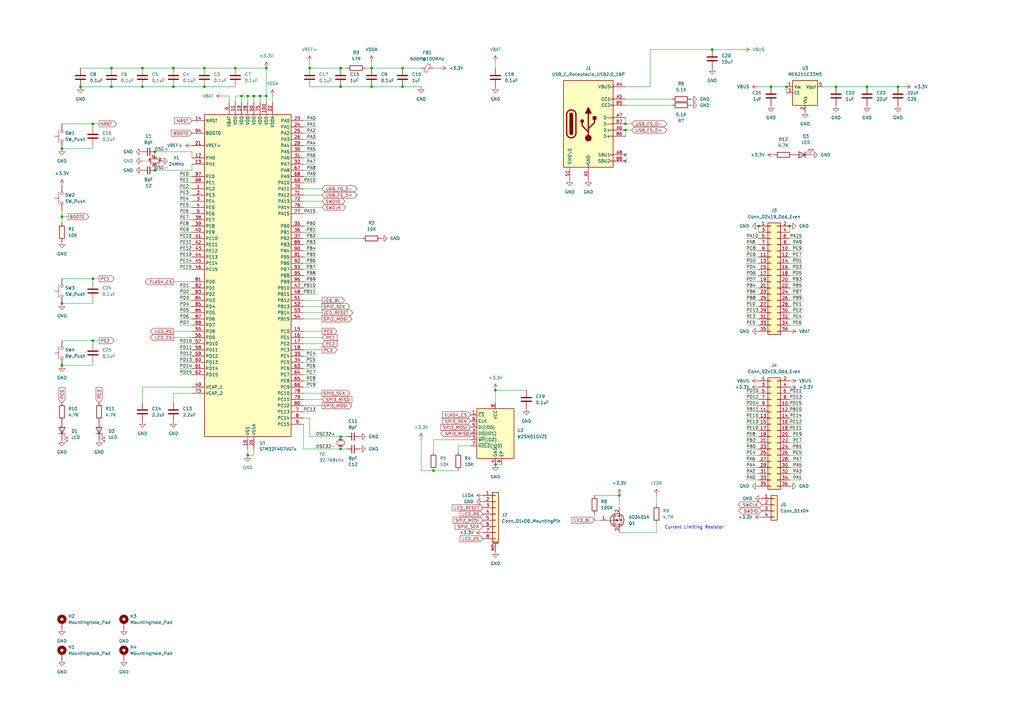
<source format=kicad_sch>
(kicad_sch (version 20231120) (generator "eeschema") (generator_version "8.0")
  (paper "A3")
  (junction (at 127 27.94))
  (junction (at 38.1 139.7))
  (junction (at 139.7 179.07))
  (junction (at 323.85 92.71))
  (junction (at 104.14 39.37))
  (junction (at 203.2 190.5))
  (junction (at 101.6 186.69))
  (junction (at 101.6 39.37))
  (junction (at 368.3 35.56))
  (junction (at 109.22 27.94))
  (junction (at 109.22 39.37))
  (junction (at 63.5 62.23))
  (junction (at 38.1 50.8))
  (junction (at 83.82 35.56))
  (junction (at 254 203.2))
  (junction (at 45.72 35.56))
  (junction (at 165.1 27.94))
  (junction (at 203.2 160.02))
  (junction (at 25.4 88.9))
  (junction (at 256.54 53.34))
  (junction (at 33.02 35.56))
  (junction (at 311.15 92.71))
  (junction (at 139.7 184.15))
  (junction (at 63.5 69.85))
  (junction (at 99.06 39.37))
  (junction (at 322.58 35.56))
  (junction (at 106.68 39.37))
  (junction (at 38.1 114.3))
  (junction (at 152.4 35.56))
  (junction (at 58.42 35.56))
  (junction (at 256.54 50.8))
  (junction (at 25.4 60.96))
  (junction (at 139.7 27.94))
  (junction (at 177.8 193.04))
  (junction (at 71.12 35.56))
  (junction (at 292.1 20.32))
  (junction (at 165.1 35.56))
  (junction (at 342.9 35.56))
  (junction (at 316.23 35.56))
  (junction (at 58.42 27.94))
  (junction (at 45.72 27.94))
  (junction (at 355.6 35.56))
  (junction (at 152.4 27.94))
  (junction (at 139.7 35.56))
  (junction (at 96.52 27.94))
  (junction (at 25.4 149.86))
  (junction (at 25.4 124.46))
  (junction (at 71.12 27.94))
  (junction (at 83.82 27.94))
  (no_connect (at 256.54 66.04))
  (no_connect (at 256.54 63.5))
  (wire (pts (xy 132.08 80.01) (xy 124.46 80.01)))
  (wire (pts (xy 38.1 114.3) (xy 40.64 114.3)))
  (wire (pts (xy 203.2 25.4) (xy 203.2 27.94)))
  (wire (pts (xy 328.93 100.33) (xy 323.85 100.33)))
  (wire (pts (xy 129.54 153.67) (xy 124.46 153.67)))
  (wire (pts (xy 203.2 160.02) (xy 203.2 165.1)))
  (wire (pts (xy 328.93 163.83) (xy 323.85 163.83)))
  (wire (pts (xy 323.85 97.79) (xy 328.93 97.79)))
  (wire (pts (xy 73.66 128.27) (xy 78.74 128.27)))
  (wire (pts (xy 129.54 54.61) (xy 124.46 54.61)))
  (wire (pts (xy 322.58 35.56) (xy 322.58 38.1)))
  (wire (pts (xy 323.85 95.25) (xy 323.85 92.71)))
  (wire (pts (xy 127 171.45) (xy 127 179.07)))
  (wire (pts (xy 256.54 35.56) (xy 266.7 35.56)))
  (wire (pts (xy 127 179.07) (xy 139.7 179.07)))
  (wire (pts (xy 25.4 114.3) (xy 38.1 114.3)))
  (wire (pts (xy 328.93 166.37) (xy 323.85 166.37)))
  (wire (pts (xy 328.93 184.15) (xy 323.85 184.15)))
  (wire (pts (xy 328.93 130.81) (xy 323.85 130.81)))
  (wire (pts (xy 73.66 153.67) (xy 78.74 153.67)))
  (wire (pts (xy 73.66 87.63) (xy 78.74 87.63)))
  (wire (pts (xy 129.54 107.95) (xy 124.46 107.95)))
  (wire (pts (xy 328.93 118.11) (xy 323.85 118.11)))
  (wire (pts (xy 124.46 97.79) (xy 148.59 97.79)))
  (wire (pts (xy 368.3 35.56) (xy 370.84 35.56)))
  (wire (pts (xy 101.6 186.69) (xy 101.6 184.15)))
  (wire (pts (xy 139.7 179.07) (xy 142.24 179.07)))
  (wire (pts (xy 172.72 180.34) (xy 172.72 193.04)))
  (wire (pts (xy 129.54 102.87) (xy 124.46 102.87)))
  (wire (pts (xy 127 27.94) (xy 139.7 27.94)))
  (wire (pts (xy 93.98 39.37) (xy 93.98 41.91)))
  (wire (pts (xy 328.93 110.49) (xy 323.85 110.49)))
  (wire (pts (xy 306.07 194.31) (xy 311.15 194.31)))
  (wire (pts (xy 306.07 181.61) (xy 311.15 181.61)))
  (wire (pts (xy 256.54 53.34) (xy 256.54 55.88)))
  (wire (pts (xy 306.07 133.35) (xy 311.15 133.35)))
  (wire (pts (xy 306.07 102.87) (xy 311.15 102.87)))
  (wire (pts (xy 73.66 148.59) (xy 78.74 148.59)))
  (wire (pts (xy 129.54 64.77) (xy 124.46 64.77)))
  (wire (pts (xy 111.76 39.37) (xy 111.76 41.91)))
  (wire (pts (xy 328.93 196.85) (xy 323.85 196.85)))
  (wire (pts (xy 306.07 168.91) (xy 311.15 168.91)))
  (wire (pts (xy 177.8 180.34) (xy 177.8 185.42)))
  (wire (pts (xy 129.54 118.11) (xy 124.46 118.11)))
  (wire (pts (xy 254 203.2) (xy 254 208.28)))
  (wire (pts (xy 306.07 128.27) (xy 311.15 128.27)))
  (wire (pts (xy 139.7 35.56) (xy 152.4 35.56)))
  (wire (pts (xy 129.54 113.03) (xy 124.46 113.03)))
  (wire (pts (xy 328.93 168.91) (xy 323.85 168.91)))
  (wire (pts (xy 38.1 60.96) (xy 25.4 60.96)))
  (wire (pts (xy 132.08 85.09) (xy 124.46 85.09)))
  (wire (pts (xy 58.42 66.04) (xy 60.96 66.04)))
  (wire (pts (xy 306.07 179.07) (xy 311.15 179.07)))
  (wire (pts (xy 129.54 156.21) (xy 124.46 156.21)))
  (wire (pts (xy 58.42 158.75) (xy 58.42 165.1)))
  (wire (pts (xy 38.1 59.69) (xy 38.1 60.96)))
  (wire (pts (xy 328.93 173.99) (xy 323.85 173.99)))
  (wire (pts (xy 124.46 184.15) (xy 139.7 184.15)))
  (wire (pts (xy 328.93 125.73) (xy 323.85 125.73)))
  (wire (pts (xy 73.66 143.51) (xy 78.74 143.51)))
  (wire (pts (xy 177.8 193.04) (xy 172.72 193.04)))
  (wire (pts (xy 292.1 20.32) (xy 304.8 20.32)))
  (wire (pts (xy 306.07 107.95) (xy 311.15 107.95)))
  (wire (pts (xy 328.93 181.61) (xy 323.85 181.61)))
  (wire (pts (xy 306.07 120.65) (xy 311.15 120.65)))
  (wire (pts (xy 129.54 62.23) (xy 124.46 62.23)))
  (wire (pts (xy 306.07 115.57) (xy 311.15 115.57)))
  (wire (pts (xy 328.93 115.57) (xy 323.85 115.57)))
  (wire (pts (xy 256.54 53.34) (xy 259.08 53.34)))
  (wire (pts (xy 132.08 143.51) (xy 124.46 143.51)))
  (wire (pts (xy 127 171.45) (xy 124.46 171.45)))
  (wire (pts (xy 129.54 148.59) (xy 124.46 148.59)))
  (wire (pts (xy 266.7 35.56) (xy 266.7 20.32)))
  (wire (pts (xy 73.66 95.25) (xy 78.74 95.25)))
  (wire (pts (xy 25.4 91.44) (xy 25.4 88.9)))
  (wire (pts (xy 129.54 95.25) (xy 124.46 95.25)))
  (wire (pts (xy 73.66 130.81) (xy 78.74 130.81)))
  (wire (pts (xy 306.07 123.19) (xy 311.15 123.19)))
  (wire (pts (xy 25.4 50.8) (xy 38.1 50.8)))
  (wire (pts (xy 337.82 35.56) (xy 342.9 35.56)))
  (wire (pts (xy 256.54 43.18) (xy 275.59 43.18)))
  (wire (pts (xy 104.14 39.37) (xy 104.14 41.91)))
  (wire (pts (xy 129.54 100.33) (xy 124.46 100.33)))
  (wire (pts (xy 129.54 67.31) (xy 124.46 67.31)))
  (wire (pts (xy 99.06 39.37) (xy 101.6 39.37)))
  (wire (pts (xy 187.96 193.04) (xy 177.8 193.04)))
  (wire (pts (xy 25.4 86.36) (xy 25.4 88.9)))
  (wire (pts (xy 124.46 184.15) (xy 124.46 173.99)))
  (wire (pts (xy 96.52 41.91) (xy 96.52 39.37)))
  (wire (pts (xy 127 25.4) (xy 127 27.94)))
  (wire (pts (xy 99.06 39.37) (xy 99.06 41.91)))
  (wire (pts (xy 306.07 171.45) (xy 311.15 171.45)))
  (wire (pts (xy 152.4 27.94) (xy 165.1 27.94)))
  (wire (pts (xy 129.54 146.05) (xy 124.46 146.05)))
  (wire (pts (xy 101.6 39.37) (xy 104.14 39.37)))
  (wire (pts (xy 71.12 135.89) (xy 78.74 135.89)))
  (wire (pts (xy 328.93 107.95) (xy 323.85 107.95)))
  (wire (pts (xy 129.54 158.75) (xy 124.46 158.75)))
  (wire (pts (xy 96.52 27.94) (xy 109.22 27.94)))
  (wire (pts (xy 328.93 171.45) (xy 323.85 171.45)))
  (wire (pts (xy 73.66 123.19) (xy 78.74 123.19)))
  (wire (pts (xy 132.08 138.43) (xy 124.46 138.43)))
  (wire (pts (xy 165.1 35.56) (xy 172.72 35.56)))
  (wire (pts (xy 101.6 39.37) (xy 101.6 41.91)))
  (wire (pts (xy 306.07 184.15) (xy 311.15 184.15)))
  (wire (pts (xy 243.84 210.82) (xy 243.84 213.36)))
  (wire (pts (xy 129.54 74.93) (xy 124.46 74.93)))
  (wire (pts (xy 243.84 203.2) (xy 254 203.2)))
  (wire (pts (xy 306.07 186.69) (xy 311.15 186.69)))
  (wire (pts (xy 328.93 186.69) (xy 323.85 186.69)))
  (wire (pts (xy 203.2 160.02) (xy 215.9 160.02)))
  (wire (pts (xy 316.23 35.56) (xy 322.58 35.56)))
  (wire (pts (xy 73.66 82.55) (xy 78.74 82.55)))
  (wire (pts (xy 306.07 100.33) (xy 311.15 100.33)))
  (wire (pts (xy 73.66 133.35) (xy 78.74 133.35)))
  (wire (pts (xy 328.93 194.31) (xy 323.85 194.31)))
  (wire (pts (xy 306.07 196.85) (xy 311.15 196.85)))
  (wire (pts (xy 139.7 27.94) (xy 142.24 27.94)))
  (wire (pts (xy 38.1 50.8) (xy 40.64 50.8)))
  (wire (pts (xy 38.1 139.7) (xy 38.1 140.97)))
  (wire (pts (xy 259.08 50.8) (xy 256.54 50.8)))
  (wire (pts (xy 73.66 110.49) (xy 78.74 110.49)))
  (wire (pts (xy 106.68 39.37) (xy 109.22 39.37)))
  (wire (pts (xy 27.94 88.9) (xy 25.4 88.9)))
  (wire (pts (xy 152.4 25.4) (xy 152.4 27.94)))
  (wire (pts (xy 45.72 35.56) (xy 58.42 35.56)))
  (wire (pts (xy 25.4 139.7) (xy 38.1 139.7)))
  (wire (pts (xy 132.08 161.29) (xy 124.46 161.29)))
  (wire (pts (xy 328.93 102.87) (xy 323.85 102.87)))
  (wire (pts (xy 124.46 168.91) (xy 129.54 168.91)))
  (wire (pts (xy 311.15 35.56) (xy 316.23 35.56)))
  (wire (pts (xy 306.07 105.41) (xy 311.15 105.41)))
  (wire (pts (xy 73.66 146.05) (xy 78.74 146.05)))
  (wire (pts (xy 132.08 128.27) (xy 124.46 128.27)))
  (wire (pts (xy 328.93 113.03) (xy 323.85 113.03)))
  (wire (pts (xy 73.66 151.13) (xy 78.74 151.13)))
  (wire (pts (xy 101.6 186.69) (xy 104.14 186.69)))
  (wire (pts (xy 71.12 35.56) (xy 83.82 35.56)))
  (wire (pts (xy 38.1 123.19) (xy 38.1 124.46)))
  (wire (pts (xy 71.12 138.43) (xy 78.74 138.43)))
  (wire (pts (xy 129.54 110.49) (xy 124.46 110.49)))
  (wire (pts (xy 78.74 158.75) (xy 58.42 158.75)))
  (wire (pts (xy 91.44 39.37) (xy 93.98 39.37)))
  (wire (pts (xy 129.54 49.53) (xy 124.46 49.53)))
  (wire (pts (xy 306.07 189.23) (xy 311.15 189.23)))
  (wire (pts (xy 132.08 82.55) (xy 124.46 82.55)))
  (wire (pts (xy 33.02 35.56) (xy 45.72 35.56)))
  (wire (pts (xy 71.12 27.94) (xy 83.82 27.94)))
  (wire (pts (xy 306.07 130.81) (xy 311.15 130.81)))
  (wire (pts (xy 83.82 35.56) (xy 96.52 35.56)))
  (wire (pts (xy 129.54 115.57) (xy 124.46 115.57)))
  (wire (pts (xy 328.93 120.65) (xy 323.85 120.65)))
  (wire (pts (xy 306.07 176.53) (xy 311.15 176.53)))
  (wire (pts (xy 33.02 27.94) (xy 45.72 27.94)))
  (wire (pts (xy 306.07 118.11) (xy 311.15 118.11)))
  (wire (pts (xy 73.66 92.71) (xy 78.74 92.71)))
  (wire (pts (xy 132.08 77.47) (xy 124.46 77.47)))
  (wire (pts (xy 58.42 27.94) (xy 71.12 27.94)))
  (wire (pts (xy 73.66 74.93) (xy 78.74 74.93)))
  (wire (pts (xy 73.66 118.11) (xy 78.74 118.11)))
  (wire (pts (xy 104.14 184.15) (xy 104.14 186.69)))
  (wire (pts (xy 63.5 62.23) (xy 63.5 63.5)))
  (wire (pts (xy 306.07 110.49) (xy 311.15 110.49)))
  (wire (pts (xy 124.46 87.63) (xy 129.54 87.63)))
  (wire (pts (xy 306.07 166.37) (xy 311.15 166.37)))
  (wire (pts (xy 63.5 69.85) (xy 63.5 68.58)))
  (wire (pts (xy 73.66 77.47) (xy 78.74 77.47)))
  (wire (pts (xy 96.52 39.37) (xy 99.06 39.37)))
  (wire (pts (xy 78.74 64.77) (xy 78.74 62.23)))
  (wire (pts (xy 129.54 69.85) (xy 124.46 69.85)))
  (wire (pts (xy 73.66 107.95) (xy 78.74 107.95)))
  (wire (pts (xy 38.1 124.46) (xy 25.4 124.46)))
  (wire (pts (xy 73.66 80.01) (xy 78.74 80.01)))
  (wire (pts (xy 109.22 27.94) (xy 109.22 39.37)))
  (wire (pts (xy 187.96 182.88) (xy 187.96 185.42)))
  (wire (pts (xy 127 35.56) (xy 139.7 35.56)))
  (wire (pts (xy 306.07 125.73) (xy 311.15 125.73)))
  (wire (pts (xy 73.66 97.79) (xy 78.74 97.79)))
  (wire (pts (xy 132.08 166.37) (xy 124.46 166.37)))
  (wire (pts (xy 124.46 163.83) (xy 132.08 163.83)))
  (wire (pts (xy 129.54 92.71) (xy 124.46 92.71)))
  (wire (pts (xy 328.93 123.19) (xy 323.85 123.19)))
  (wire (pts (xy 71.12 115.57) (xy 78.74 115.57)))
  (wire (pts (xy 269.24 203.2) (xy 269.24 207.01)))
  (wire (pts (xy 58.42 35.56) (xy 71.12 35.56)))
  (wire (pts (xy 193.04 182.88) (xy 187.96 182.88)))
  (wire (pts (xy 129.54 57.15) (xy 124.46 57.15)))
  (wire (pts (xy 71.12 161.29) (xy 71.12 165.1)))
  (wire (pts (xy 328.93 161.29) (xy 323.85 161.29)))
  (wire (pts (xy 328.93 176.53) (xy 323.85 176.53)))
  (wire (pts (xy 104.14 39.37) (xy 106.68 39.37)))
  (wire (pts (xy 149.86 27.94) (xy 152.4 27.94)))
  (wire (pts (xy 73.66 102.87) (xy 78.74 102.87)))
  (wire (pts (xy 243.84 213.36) (xy 246.38 213.36)))
  (wire (pts (xy 73.66 125.73) (xy 78.74 125.73)))
  (wire (pts (xy 306.07 161.29) (xy 311.15 161.29)))
  (wire (pts (xy 73.66 100.33) (xy 78.74 100.33)))
  (wire (pts (xy 139.7 184.15) (xy 142.24 184.15)))
  (wire (pts (xy 132.08 135.89) (xy 124.46 135.89)))
  (wire (pts (xy 78.74 67.31) (xy 78.74 69.85)))
  (wire (pts (xy 152.4 35.56) (xy 165.1 35.56)))
  (wire (pts (xy 38.1 139.7) (xy 40.64 139.7)))
  (wire (pts (xy 78.74 62.23) (xy 63.5 62.23)))
  (wire (pts (xy 132.08 140.97) (xy 124.46 140.97)))
  (wire (pts (xy 306.07 191.77) (xy 311.15 191.77)))
  (wire (pts (xy 129.54 120.65) (xy 124.46 120.65)))
  (wire (pts (xy 132.08 130.81) (xy 124.46 130.81)))
  (wire (pts (xy 355.6 35.56) (xy 368.3 35.56)))
  (wire (pts (xy 73.66 72.39) (xy 78.74 72.39)))
  (wire (pts (xy 109.22 39.37) (xy 109.22 41.91)))
  (wire (pts (xy 269.24 214.63) (xy 269.24 218.44)))
  (wire (pts (xy 83.82 27.94) (xy 96.52 27.94)))
  (wire (pts (xy 78.74 161.29) (xy 71.12 161.29)))
  (wire (pts (xy 328.93 133.35) (xy 323.85 133.35)))
  (wire (pts (xy 38.1 149.86) (xy 25.4 149.86)))
  (wire (pts (xy 328.93 128.27) (xy 323.85 128.27)))
  (wire (pts (xy 306.07 113.03) (xy 311.15 113.03)))
  (wire (pts (xy 73.66 120.65) (xy 78.74 120.65)))
  (wire (pts (xy 38.1 148.59) (xy 38.1 149.86)))
  (wire (pts (xy 177.8 27.94) (xy 180.34 27.94)))
  (wire (pts (xy 38.1 114.3) (xy 38.1 115.57)))
  (wire (pts (xy 328.93 189.23) (xy 323.85 189.23)))
  (wire (pts (xy 129.54 105.41) (xy 124.46 105.41)))
  (wire (pts (xy 266.7 20.32) (xy 292.1 20.32)))
  (wire (pts (xy 254 218.44) (xy 269.24 218.44)))
  (wire (pts (xy 328.93 105.41) (xy 323.85 105.41)))
  (wire (pts (xy 256.54 50.8) (xy 256.54 48.26)))
  (wire (pts (xy 256.54 40.64) (xy 275.59 40.64)))
  (wire (pts (xy 193.04 180.34) (xy 177.8 180.34)))
  (wire (pts (xy 306.07 97.79) (xy 311.15 97.79)))
  (wire (pts (xy 73.66 90.17) (xy 78.74 90.17)))
  (wire (pts (xy 328.93 179.07) (xy 323.85 179.07)))
  (wire (pts (xy 45.72 27.94) (xy 58.42 27.94)))
  (wire (pts (xy 129.54 72.39) (xy 124.46 72.39)))
  (wire (pts (xy 306.07 173.99) (xy 311.15 173.99)))
  (wire (pts (xy 73.66 105.41) (xy 78.74 105.41)))
  (wire (pts (xy 73.66 85.09) (xy 78.74 85.09)))
  (wire (pts (xy 129.54 52.07) (xy 124.46 52.07)))
  (wire (pts (xy 106.68 39.37) (xy 106.68 41.91)))
  (wire (pts (xy 203.2 190.5) (xy 205.74 190.5)))
  (wire (pts (xy 165.1 27.94) (xy 172.72 27.94)))
  (wire (pts (xy 132.08 123.19) (xy 124.46 123.19)))
  (wire (pts (xy 342.9 35.56) (xy 355.6 35.56)))
  (wire (pts (xy 38.1 50.8) (xy 38.1 52.07)))
  (wire (pts (xy 311.15 92.71) (xy 311.15 95.25)))
  (wire (pts (xy 78.74 69.85) (xy 63.5 69.85)))
  (wire (pts (xy 132.08 125.73) (xy 124.46 125.73)))
  (wire (pts (xy 129.54 151.13) (xy 124.46 151.13)))
  (wire (pts (xy 306.07 163.83) (xy 311.15 163.83)))
  (wire (pts (xy 73.66 140.97) (xy 78.74 140.97)))
  (wire (pts (xy 129.54 59.69) (xy 124.46 59.69)))
  (wire (pts (xy 328.93 191.77) (xy 323.85 191.77)))
  (text "Current Limiting Resistor" (at 284.734 216.408 0) (effects (font (size 1.27 1.27))))
  (label "PB4" (at 306.07 118.11 0))
  (label "PE12" (at 328.93 173.99 180))
  (label "PC8" (at 306.07 102.87 0))
  (label "OSC-" (at 63.5 69.85 0))
  (label "PB6" (at 129.54 107.95 180))
  (label "OSC32+" (at 129.54 179.07 0))
  (label "PC8" (at 129.54 156.21 180))
  (label "PA6" (at 306.07 189.23 0))
  (label "PC5" (at 328.93 186.69 180))
  (label "PB7" (at 129.54 110.49 180))
  (label "PB9" (at 328.93 123.19 180))
  (label "PB2" (at 129.54 97.79 180))
  (label "PE3" (at 73.66 80.01 0))
  (label "PB3" (at 328.93 115.57 180))
  (label "PB10" (at 129.54 118.11 180))
  (label "PA3" (at 328.93 194.31 180))
  (label "PE13" (at 306.07 173.99 0))
  (label "PD7" (at 73.66 133.35 0))
  (label "PE3" (at 306.07 130.81 0))
  (label "PE14" (at 73.66 107.95 0))
  (label "PD12" (at 306.07 163.83 0))
  (label "PE0" (at 306.07 125.73 0))
  (label "PD11" (at 328.93 161.29 180))
  (label "PA8" (at 306.07 100.33 0))
  (label "PA10" (at 306.07 97.79 0))
  (label "PD13" (at 328.93 163.83 180))
  (label "PA10" (at 129.54 74.93 180))
  (label "PE10" (at 73.66 97.79 0))
  (label "PA7" (at 129.54 67.31 180))
  (label "PE11" (at 73.66 100.33 0))
  (label "PA5" (at 328.93 191.77 180))
  (label "PD4" (at 73.66 125.73 0))
  (label "PA2" (at 129.54 54.61 180))
  (label "PA2" (at 306.07 194.31 0))
  (label "PE7" (at 328.93 181.61 180))
  (label "PD12" (at 73.66 146.05 0))
  (label "PA9" (at 129.54 72.39 180))
  (label "PD4" (at 306.07 110.49 0))
  (label "PC4" (at 306.07 186.69 0))
  (label "PE1" (at 73.66 74.93 0))
  (label "PA15" (at 328.93 97.79 180))
  (label "PD7" (at 306.07 115.57 0))
  (label "PB10" (at 328.93 168.91 180))
  (label "PA1" (at 328.93 196.85 180))
  (label "PA15" (at 129.54 87.63 180))
  (label "PE6" (at 73.66 87.63 0))
  (label "PD13" (at 73.66 148.59 0))
  (label "PA9" (at 328.93 100.33 180))
  (label "PB0" (at 129.54 92.71 180))
  (label "PC6" (at 306.07 105.41 0))
  (label "PE13" (at 73.66 105.41 0))
  (label "PE1" (at 328.93 125.73 180))
  (label "PB1" (at 328.93 184.15 180))
  (label "PE8" (at 306.07 179.07 0))
  (label "PE15" (at 306.07 171.45 0))
  (label "PC5" (at 129.54 148.59 180))
  (label "PA6" (at 129.54 64.77 180))
  (label "PC7" (at 129.54 153.67 180))
  (label "PD2" (at 306.07 107.95 0))
  (label "PD15" (at 73.66 153.67 0))
  (label "PD14" (at 73.66 151.13 0))
  (label "PE7" (at 73.66 90.17 0))
  (label "PE8" (at 73.66 92.71 0))
  (label "PC7" (at 328.93 105.41 180))
  (label "PE14" (at 328.93 171.45 180))
  (label "PE5" (at 306.07 133.35 0))
  (label "PC13" (at 306.07 128.27 0))
  (label "PD14" (at 306.07 166.37 0))
  (label "PB11" (at 129.54 120.65 180))
  (label "PB9" (at 129.54 115.57 180))
  (label "PD6" (at 73.66 130.81 0))
  (label "OSC32-" (at 129.54 184.15 0))
  (label "PB8" (at 306.07 123.19 0))
  (label "PA4" (at 306.07 191.77 0))
  (label "PB3" (at 129.54 100.33 180))
  (label "PA4" (at 129.54 59.69 180))
  (label "PD10" (at 73.66 140.97 0))
  (label "PE6" (at 328.93 133.35 180))
  (label "PA8" (at 129.54 69.85 180))
  (label "PE4" (at 73.66 82.55 0))
  (label "PB5" (at 129.54 105.41 180))
  (label "PC6" (at 129.54 151.13 180))
  (label "OSC+" (at 63.5 62.23 0))
  (label "PE2" (at 328.93 128.27 180))
  (label "PB7" (at 328.93 120.65 180))
  (label "PD6" (at 306.07 113.03 0))
  (label "PB5" (at 328.93 118.11 180))
  (label "PD15" (at 328.93 166.37 180))
  (label "PA1" (at 129.54 52.07 180))
  (label "PA7" (at 328.93 189.23 180))
  (label "PB8" (at 129.54 113.03 180))
  (label "PA0" (at 129.54 49.53 180))
  (label "PE11" (at 328.93 176.53 180))
  (label "PD1" (at 328.93 107.95 180))
  (label "PE12" (at 73.66 102.87 0))
  (label "PC4" (at 129.54 146.05 180))
  (label "PD5" (at 73.66 128.27 0))
  (label "PD3" (at 328.93 110.49 180))
  (label "PC13" (at 129.54 168.91 180))
  (label "PB1" (at 129.54 95.25 180))
  (label "PA0" (at 306.07 196.85 0))
  (label "PE5" (at 73.66 85.09 0))
  (label "PB6" (at 306.07 120.65 0))
  (label "PE9" (at 73.66 95.25 0))
  (label "PC9" (at 328.93 102.87 180))
  (label "PD5" (at 328.93 113.03 180))
  (label "PC9" (at 129.54 158.75 180))
  (label "PB2" (at 306.07 181.61 0))
  (label "PD10" (at 306.07 161.29 0))
  (label "PE4" (at 328.93 130.81 180))
  (label "PD11" (at 73.66 143.51 0))
  (label "PD3" (at 73.66 123.19 0))
  (label "PB11" (at 306.07 168.91 0))
  (label "PA5" (at 129.54 62.23 180))
  (label "PD2" (at 73.66 120.65 0))
  (label "PD1" (at 73.66 118.11 0))
  (label "PA3" (at 129.54 57.15 180))
  (label "PE9" (at 328.93 179.07 180))
  (label "PE10" (at 306.07 176.53 0))
  (label "PE2" (at 73.66 77.47 0))
  (label "PE15" (at 73.66 110.49 0))
  (label "PE0" (at 73.66 72.39 0))
  (label "PB4" (at 129.54 102.87 180))
  (label "PB0" (at 306.07 184.15 0))
  (global_label "NRST" (shape output) (at 40.64 50.8 0) (property "Intersheetrefs" "${INTERSHEET_REFS}" (effects (hide yes))))
  (global_label "USB_FS_D-" (shape bidirectional) (at 132.08 77.47 0) (property "Intersheetrefs" "${INTERSHEET_REFS}" (effects (hide yes))))
  (global_label "PC3" (shape input) (at 40.64 165.1 90) (property "Intersheetrefs" "${INTERSHEET_REFS}" (effects (hide yes))))
  (global_label "SPI3_SCK" (shape output) (at 132.08 161.29 0) (property "Intersheetrefs" "${INTERSHEET_REFS}" (effects (hide yes))))
  (global_label "USB_FS_D+" (shape bidirectional) (at 132.08 80.01 0) (property "Intersheetrefs" "${INTERSHEET_REFS}" (effects (hide yes))))
  (global_label "SWDIO" (shape bidirectional) (at 132.08 82.55 0) (property "Intersheetrefs" "${INTERSHEET_REFS}" (effects (hide yes))))
  (global_label "LCD_BL" (shape input) (at 243.84 213.36 180) (property "Intersheetrefs" "${INTERSHEET_REFS}" (effects (hide yes))))
  (global_label "SPI2_MOSI" (shape input) (at 198.12 213.36 180) (property "Intersheetrefs" "${INTERSHEET_REFS}" (effects (hide yes))))
  (global_label "SPI2_SCK" (shape output) (at 132.08 125.73 0) (property "Intersheetrefs" "${INTERSHEET_REFS}" (effects (hide yes))))
  (global_label "SPI2_MOSI" (shape output) (at 132.08 130.81 0) (property "Intersheetrefs" "${INTERSHEET_REFS}" (effects (hide yes))))
  (global_label "PC0" (shape output) (at 132.08 135.89 0) (property "Intersheetrefs" "${INTERSHEET_REFS}" (effects (hide yes))))
  (global_label "PC2" (shape output) (at 40.64 139.7 0) (property "Intersheetrefs" "${INTERSHEET_REFS}" (effects (hide yes))))
  (global_label "SPI3_MOSI" (shape input) (at 193.04 175.26 180) (property "Intersheetrefs" "${INTERSHEET_REFS}" (effects (hide yes))))
  (global_label "LCD_BL" (shape output) (at 132.08 123.19 0) (property "Intersheetrefs" "${INTERSHEET_REFS}" (effects (hide yes))))
  (global_label "LCD_CS" (shape output) (at 71.12 138.43 180) (property "Intersheetrefs" "${INTERSHEET_REFS}" (effects (hide yes))))
  (global_label "SWCLK" (shape bidirectional) (at 132.08 85.09 0) (property "Intersheetrefs" "${INTERSHEET_REFS}" (effects (hide yes))))
  (global_label "SWCLK" (shape bidirectional) (at 312.42 207.01 180) (property "Intersheetrefs" "${INTERSHEET_REFS}" (effects (hide yes))))
  (global_label "SWDIO" (shape bidirectional) (at 312.42 209.55 180) (property "Intersheetrefs" "${INTERSHEET_REFS}" (effects (hide yes))))
  (global_label "SPI3_SCK" (shape input) (at 193.04 172.72 180) (property "Intersheetrefs" "${INTERSHEET_REFS}" (effects (hide yes))))
  (global_label "BOOT0" (shape input) (at 78.74 54.61 180) (property "Intersheetrefs" "${INTERSHEET_REFS}" (effects (hide yes))))
  (global_label "FLASH_CS" (shape output) (at 71.12 115.57 180) (property "Intersheetrefs" "${INTERSHEET_REFS}" (effects (hide yes))))
  (global_label "PC1" (shape input) (at 132.08 138.43 0) (property "Intersheetrefs" "${INTERSHEET_REFS}" (effects (hide yes))))
  (global_label "FLASH_CS" (shape input) (at 193.04 170.18 180) (property "Intersheetrefs" "${INTERSHEET_REFS}" (effects (hide yes))))
  (global_label "PC0" (shape input) (at 25.4 165.1 90) (property "Intersheetrefs" "${INTERSHEET_REFS}" (effects (hide yes))))
  (global_label "LCD_RS" (shape input) (at 198.12 210.82 180) (property "Intersheetrefs" "${INTERSHEET_REFS}" (effects (hide yes))))
  (global_label "USB_FS_D+" (shape bidirectional) (at 259.08 53.34 0) (property "Intersheetrefs" "${INTERSHEET_REFS}" (effects (hide yes))))
  (global_label "SPI3_MOSI" (shape output) (at 132.08 166.37 0) (property "Intersheetrefs" "${INTERSHEET_REFS}" (effects (hide yes))))
  (global_label "SPI2_SCK" (shape input) (at 198.12 215.9 180) (property "Intersheetrefs" "${INTERSHEET_REFS}" (effects (hide yes))))
  (global_label "LCD_RS" (shape output) (at 71.12 135.89 180) (property "Intersheetrefs" "${INTERSHEET_REFS}" (effects (hide yes))))
  (global_label "BOOT0" (shape output) (at 27.94 88.9 0) (property "Intersheetrefs" "${INTERSHEET_REFS}" (effects (hide yes))))
  (global_label "LCD_RESET" (shape output) (at 132.08 128.27 0) (property "Intersheetrefs" "${INTERSHEET_REFS}" (effects (hide yes))))
  (global_label "NRST" (shape input) (at 78.74 49.53 180) (property "Intersheetrefs" "${INTERSHEET_REFS}" (effects (hide yes))))
  (global_label "PC1" (shape output) (at 40.64 114.3 0) (property "Intersheetrefs" "${INTERSHEET_REFS}" (effects (hide yes))))
  (global_label "SPI3_MISO" (shape input) (at 132.08 163.83 0) (property "Intersheetrefs" "${INTERSHEET_REFS}" (effects (hide yes))))
  (global_label "PC2" (shape input) (at 132.08 140.97 0) (property "Intersheetrefs" "${INTERSHEET_REFS}" (effects (hide yes))))
  (global_label "USB_FS_D-" (shape bidirectional) (at 259.08 50.8 0) (property "Intersheetrefs" "${INTERSHEET_REFS}" (effects (hide yes))))
  (global_label "LCD_CS" (shape input) (at 198.12 220.98 180) (property "Intersheetrefs" "${INTERSHEET_REFS}" (effects (hide yes))))
  (global_label "PC3" (shape output) (at 132.08 143.51 0) (property "Intersheetrefs" "${INTERSHEET_REFS}" (effects (hide yes))))
  (global_label "SPI3_MISO" (shape output) (at 193.04 177.8 180) (property "Intersheetrefs" "${INTERSHEET_REFS}" (effects (hide yes))))
  (global_label "LCD_RESET" (shape input) (at 198.12 208.28 180) (property "Intersheetrefs" "${INTERSHEET_REFS}" (effects (hide yes))))
  (symbol (lib_id "Device:C") (at 38.1 55.88 0) (unit 1)
    (property "Reference" "C16" (at 41.91 54.6099 0) (effects (justify left)))
    (property "Value" "0.1uF" (at 41.91 57.1499 0) (effects (justify left)))
    (property "Footprint" "Capacitor_SMD:C_0402_1005Metric" (effects (hide yes)))
    (property "Description" "Unpolarized capacitor" (effects (hide yes)))
  )
  (symbol (lib_id "power:+3V3") (at 198.12 218.44 90) (unit 1)
    (property "Reference" "#PWR042" (effects (hide yes)))
    (property "Value" "+3.3V" (at 194.31 218.4399 90) (effects (justify left)))
    (property "Description" "Power symbol creates a global label with name \"+3V3\"" (effects (hide yes)))
  )
  (symbol (lib_id "power:+3V3") (at 312.42 212.09 90) (unit 1)
    (property "Reference" "#PWR060" (effects (hide yes)))
    (property "Value" "+3.3V" (at 308.61 212.0899 90) (effects (justify left)))
    (property "Description" "Power symbol creates a global label with name \"+3V3\"" (effects (hide yes)))
  )
  (symbol (lib_id "Device:C") (at 152.4 31.75 0) (unit 1)
    (property "Reference" "C9" (at 156.21 30.4799 0) (effects (justify left)))
    (property "Value" "0.1uF" (at 156.21 33.0199 0) (effects (justify left)))
    (property "Footprint" "Capacitor_SMD:C_0402_1005Metric" (effects (hide yes)))
    (property "Description" "Unpolarized capacitor" (effects (hide yes)))
  )
  (symbol (lib_id "Mechanical:MountingHole_Pad") (at 50.8 267.97 0) (unit 1) (exclude_from_sim yes) (in_bom no)
    (property "Reference" "H4" (at 53.34 265.4299 0) (effects (justify left)))
    (property "Value" "MountingHole_Pad" (at 53.34 267.9699 0) (effects (justify left)))
    (property "Footprint" "MountingHole:MountingHole_2.2mm_M2_ISO7380_Pad" (effects (hide yes)))
    (property "Description" "Mounting Hole with connection" (effects (hide yes)))
  )
  (symbol (lib_id "Device:R") (at 25.4 95.25 0) (unit 1)
    (property "Reference" "R1" (at 27.94 93.9799 0) (effects (justify left)))
    (property "Value" "10K" (at 27.94 96.5199 0) (effects (justify left)))
    (property "Footprint" "Resistor_SMD:R_0402_1005Metric" (effects (hide yes)))
    (property "Description" "Resistor" (effects (hide yes)))
  )
  (symbol (lib_id "Transistor_FET:AO3401A") (at 251.46 213.36 0) (mirror x) (unit 1)
    (property "Reference" "Q1" (at 257.81 214.6301 0) (effects (justify left)))
    (property "Value" "AO3401A" (at 257.81 212.0901 0) (effects (justify left)))
    (property "Footprint" "Package_TO_SOT_SMD:SOT-23" (effects (hide yes)))
    (property "Datasheet" "http://www.aosmd.com/pdfs/datasheet/AO3401A.pdf" (effects (hide yes)))
    (property "Description" "-4.0A Id, -30V Vds, P-Channel MOSFET, SOT-23" (effects (hide yes)))
  )
  (symbol (lib_id "power:GND") (at 25.4 257.81 0) (unit 1)
    (property "Reference" "#PWR061" (effects (hide yes)))
    (property "Value" "GND" (at 25.4 262.89 0))
    (property "Description" "Power symbol creates a global label with name \"GND\" , ground" (effects (hide yes)))
  )
  (symbol (lib_id "Connector:USB_C_Receptacle_USB2.0_16P") (at 241.3 50.8 0) (unit 1)
    (property "Reference" "J1" (at 241.3 27.94 0))
    (property "Value" "USB_C_Receptacle_USB2.0_16P" (at 241.3 30.48 0))
    (property "Footprint" "Connector_USB:USB_C_Receptacle_GCT_USB4105-xx-A_16P_TopMnt_Horizontal" (effects (hide yes)))
    (property "Datasheet" "https://www.usb.org/sites/default/files/documents/usb_type-c.zip" (effects (hide yes)))
    (property "Description" "USB 2.0-only 16P Type-C Receptacle connector" (effects (hide yes)))
  )
  (symbol (lib_id "Device:C") (at 96.52 31.75 0) (unit 1)
    (property "Reference" "C7" (at 100.33 30.4799 0) (effects (justify left)))
    (property "Value" "0.1uF" (at 100.33 33.0199 0) (effects (justify left)))
    (property "Footprint" "Capacitor_SMD:C_0402_1005Metric" (effects (hide yes)))
    (property "Description" "Unpolarized capacitor" (effects (hide yes)))
  )
  (symbol (lib_id "power:+3V3") (at 127 25.4 0) (unit 1)
    (property "Reference" "#PWR09" (effects (hide yes)))
    (property "Value" "VREF+" (at 127 20.32 0))
    (property "Description" "Power symbol creates a global label with name \"+3V3\"" (effects (hide yes)))
  )
  (symbol (lib_id "Device:R") (at 177.8 189.23 0) (unit 1)
    (property "Reference" "R5" (at 180.34 187.9599 0) (effects (justify left)))
    (property "Value" "10K" (at 180.34 190.4999 0) (effects (justify left)))
    (property "Footprint" "Resistor_SMD:R_0402_1005Metric" (effects (hide yes)))
    (property "Description" "Resistor" (effects (hide yes)))
  )
  (symbol (lib_id "power:+3V3") (at 370.84 35.56 270) (unit 1)
    (property "Reference" "#PWR036" (effects (hide yes)))
    (property "Value" "+3.3V" (at 374.65 35.5599 90) (effects (justify left)))
    (property "Description" "Power symbol creates a global label with name \"+3V3\"" (effects (hide yes)))
  )
  (symbol (lib_id "power:GND") (at 342.9 43.18 0) (unit 1)
    (property "Reference" "#PWR039" (effects (hide yes)))
    (property "Value" "GND" (at 342.9 48.26 0))
    (property "Description" "Power symbol creates a global label with name \"GND\" , ground" (effects (hide yes)))
  )
  (symbol (lib_id "power:GND") (at 323.85 199.39 90) (unit 1)
    (property "Reference" "#PWR068" (effects (hide yes)))
    (property "Value" "GND" (at 327.66 199.3899 90) (effects (justify right)))
    (property "Description" "Power symbol creates a global label with name \"GND\" , ground" (effects (hide yes)))
  )
  (symbol (lib_id "Device:C") (at 292.1 24.13 0) (unit 1)
    (property "Reference" "C20" (at 295.91 22.8599 0) (effects (justify left)))
    (property "Value" "10uF" (at 295.91 25.3999 0) (effects (justify left)))
    (property "Footprint" "Capacitor_SMD:C_0805_2012Metric" (effects (hide yes)))
    (property "Description" "Unpolarized capacitor" (effects (hide yes)))
  )
  (symbol (lib_id "power:GND") (at 330.2 45.72 0) (unit 1)
    (property "Reference" "#PWR037" (effects (hide yes)))
    (property "Value" "GND" (at 330.2 50.8 0))
    (property "Description" "Power symbol creates a global label with name \"GND\" , ground" (effects (hide yes)))
  )
  (symbol (lib_id "Device:C_Small") (at 60.96 69.85 90) (mirror x) (unit 1)
    (property "Reference" "C2" (at 60.9663 76.2 90))
    (property "Value" "8pF" (at 60.9663 73.66 90))
    (property "Footprint" "Capacitor_SMD:C_0402_1005Metric" (effects (hide yes)))
    (property "Description" "Unpolarized capacitor, small symbol" (effects (hide yes)))
  )
  (symbol (lib_id "Device:R") (at 146.05 27.94 90) (unit 1)
    (property "Reference" "R3" (at 146.05 21.59 90))
    (property "Value" "47R" (at 146.05 24.13 90))
    (property "Footprint" "Resistor_SMD:R_0402_1005Metric" (effects (hide yes)))
    (property "Description" "Resistor" (effects (hide yes)))
  )
  (symbol (lib_id "power:GND") (at 355.6 43.18 0) (unit 1)
    (property "Reference" "#PWR046" (effects (hide yes)))
    (property "Value" "GND" (at 355.6 48.26 0))
    (property "Description" "Power symbol creates a global label with name \"GND\" , ground" (effects (hide yes)))
  )
  (symbol (lib_id "power:GND") (at 25.4 149.86 0) (unit 1)
    (property "Reference" "#PWR048" (effects (hide yes)))
    (property "Value" "GND" (at 25.4 154.94 0))
    (property "Description" "Power symbol creates a global label with name \"GND\" , ground" (effects (hide yes)))
  )
  (symbol (lib_id "Device:LED") (at 328.93 63.5 180) (unit 1)
    (property "Reference" "D3" (at 330.5175 55.88 0))
    (property "Value" "LED" (at 330.5175 58.42 0))
    (property "Footprint" "LED_SMD:LED_0603_1608Metric" (effects (hide yes)))
    (property "Description" "Light emitting diode" (effects (hide yes)))
  )
  (symbol (lib_id "Mechanical:MountingHole_Pad") (at 50.8 255.27 0) (unit 1) (exclude_from_sim yes) (in_bom no)
    (property "Reference" "H3" (at 53.34 252.7299 0) (effects (justify left)))
    (property "Value" "MountingHole_Pad" (at 53.34 255.2699 0) (effects (justify left)))
    (property "Footprint" "MountingHole:MountingHole_2.2mm_M2_ISO7380_Pad" (effects (hide yes)))
    (property "Description" "Mounting Hole with connection" (effects (hide yes)))
  )
  (symbol (lib_id "power:GND") (at 233.68 73.66 0) (unit 1)
    (property "Reference" "#PWR029" (effects (hide yes)))
    (property "Value" "GND" (at 233.68 78.74 0))
    (property "Description" "Power symbol creates a global label with name \"GND\" , ground" (effects (hide yes)))
  )
  (symbol (lib_id "power:GND") (at 66.04 66.04 90) (unit 1)
    (property "Reference" "#PWR01" (effects (hide yes)))
    (property "Value" "GND" (effects (hide yes)))
    (property "Description" "Power symbol creates a global label with name \"GND\" , ground" (effects (hide yes)))
  )
  (symbol (lib_id "power:+3V3") (at 203.2 25.4 0) (unit 1)
    (property "Reference" "#PWR023" (effects (hide yes)))
    (property "Value" "VBAT" (at 203.2 20.32 0))
    (property "Description" "Power symbol creates a global label with name \"+3V3\"" (effects (hide yes)))
  )
  (symbol (lib_id "power:GND") (at 241.3 73.66 0) (unit 1)
    (property "Reference" "#PWR030" (effects (hide yes)))
    (property "Value" "GND" (at 241.3 78.74 0))
    (property "Description" "Power symbol creates a global label with name \"GND\" , ground" (effects (hide yes)))
  )
  (symbol (lib_id "power:+3V3") (at 317.5 63.5 90) (unit 1)
    (property "Reference" "#PWR065" (effects (hide yes)))
    (property "Value" "+3.3V" (at 313.69 63.4999 90) (effects (justify left)))
    (property "Description" "Power symbol creates a global label with name \"+3V3\"" (effects (hide yes)))
  )
  (symbol (lib_id "power:GND") (at 25.4 270.51 0) (unit 1)
    (property "Reference" "#PWR063" (effects (hide yes)))
    (property "Value" "GND" (at 25.4 275.59 0))
    (property "Description" "Power symbol creates a global label with name \"GND\" , ground" (effects (hide yes)))
  )
  (symbol (lib_id "Device:C") (at 165.1 31.75 0) (unit 1)
    (property "Reference" "C10" (at 168.91 30.4799 0) (effects (justify left)))
    (property "Value" "1uF" (at 168.91 33.0199 0) (effects (justify left)))
    (property "Footprint" "Capacitor_SMD:C_0402_1005Metric" (effects (hide yes)))
    (property "Description" "Unpolarized capacitor" (effects (hide yes)))
  )
  (symbol (lib_id "Device:Crystal_GND24_Small") (at 63.5 66.04 90) (unit 1)
    (property "Reference" "Y1" (at 72.39 64.77 90))
    (property "Value" "24MHz" (at 72.39 67.31 90))
    (property "Footprint" "Crystal:Crystal_SMD_3225-4Pin_3.2x2.5mm" (effects (hide yes)))
    (property "Description" "Four pin crystal, GND on pins 2 and 4, small symbol" (effects (hide yes)))
  )
  (symbol (lib_id "Connector_Generic_MountingPin:Conn_01x08_MountingPin") (at 203.2 210.82 0) (unit 1)
    (property "Reference" "J2" (at 205.74 211.1755 0) (effects (justify left)))
    (property "Value" "Conn_01x08_MountingPin" (at 205.74 213.7155 0) (effects (justify left)))
    (property "Footprint" "Connector_FFC-FPC:Hirose_FH12-8S-0.5SH_1x08-1MP_P0.50mm_Horizontal" (effects (hide yes)))
    (property "Description" "Generic connectable mounting pin connector, single row, 01x08, script generated (kicad-library-utils/schlib/autogen/connector/)" (effects (hide yes)))
  )
  (symbol (lib_id "Device:C") (at 33.02 31.75 0) (unit 1)
    (property "Reference" "C8" (at 36.83 30.4799 0) (effects (justify left)))
    (property "Value" "0.1uF" (at 36.83 33.0199 0) (effects (justify left)))
    (property "Footprint" "Capacitor_SMD:C_0402_1005Metric" (effects (hide yes)))
    (property "Description" "Unpolarized capacitor" (effects (hide yes)))
  )
  (symbol (lib_id "power:GND") (at 58.42 69.85 270) (unit 1)
    (property "Reference" "#PWR03" (effects (hide yes)))
    (property "Value" "GND" (at 54.61 69.8499 90) (effects (justify right)))
    (property "Description" "Power symbol creates a global label with name \"GND\" , ground" (effects (hide yes)))
  )
  (symbol (lib_id "Device:C") (at 342.9 39.37 0) (mirror y) (unit 1)
    (property "Reference" "C22" (at 346.71 38.0999 0) (effects (justify right)))
    (property "Value" "1uF" (at 346.71 40.6399 0) (effects (justify right)))
    (property "Footprint" "Capacitor_SMD:C_0603_1608Metric" (effects (hide yes)))
    (property "Description" "Unpolarized capacitor" (effects (hide yes)))
  )
  (symbol (lib_id "power:GND") (at 156.21 97.79 90) (unit 1)
    (property "Reference" "#PWR021" (effects (hide yes)))
    (property "Value" "GND" (at 160.02 97.7899 90) (effects (justify right)))
    (property "Description" "Power symbol creates a global label with name \"GND\" , ground" (effects (hide yes)))
  )
  (symbol (lib_id "Device:C_Small") (at 60.96 62.23 90) (unit 1)
    (property "Reference" "C1" (at 60.9663 55.88 90))
    (property "Value" "8pF" (at 60.9663 58.42 90))
    (property "Footprint" "Capacitor_SMD:C_0402_1005Metric" (effects (hide yes)))
    (property "Description" "Unpolarized capacitor, small symbol" (effects (hide yes)))
  )
  (symbol (lib_id "Device:FerriteBead_Small") (at 175.26 27.94 90) (unit 1)
    (property "Reference" "FB1" (at 175.2219 21.59 90))
    (property "Value" "600R@100MHz" (at 175.2219 24.13 90))
    (property "Footprint" "Inductor_SMD:L_0603_1608Metric" (effects (hide yes)))
    (property "Description" "Ferrite bead, small symbol" (effects (hide yes)))
  )
  (symbol (lib_id "power:+3V3") (at 109.22 27.94 0) (unit 1)
    (property "Reference" "#PWR07" (effects (hide yes)))
    (property "Value" "+3.3V" (at 109.22 22.86 0))
    (property "Description" "Power symbol creates a global label with name \"+3V3\"" (effects (hide yes)))
  )
  (symbol (lib_id "Device:R") (at 279.4 40.64 90) (unit 1)
    (property "Reference" "R6" (at 279.4 34.29 90))
    (property "Value" "5.1K" (at 279.4 36.83 90))
    (property "Footprint" "Resistor_SMD:R_0402_1005Metric" (effects (hide yes)))
    (property "Description" "Resistor" (effects (hide yes)))
  )
  (symbol (lib_id "power:+3V3") (at 323.85 158.75 270) (mirror x) (unit 1)
    (property "Reference" "#PWR058" (effects (hide yes)))
    (property "Value" "+3.3V" (at 327.66 158.7499 90) (effects (justify left)))
    (property "Description" "Power symbol creates a global label with name \"+3V3\"" (effects (hide yes)))
  )
  (symbol (lib_id "Connector_Generic:Conn_02x18_Odd_Even") (at 316.23 113.03 0) (unit 1)
    (property "Reference" "J3" (at 317.5 86.36 0))
    (property "Value" "Conn_02x19_Odd_Even" (at 317.5 88.9 0))
    (property "Footprint" "Connector_PinHeader_2.54mm:PinHeader_2x18_P2.54mm_Vertical" (effects (hide yes)))
    (property "Description" "Generic connector, double row, 02x18, odd/even pin numbering scheme (row 1 odd numbers, row 2 even numbers), script generated (kicad-library-utils/schlib/autogen/connector/)" (effects (hide yes)))
  )
  (symbol (lib_id "power:GND") (at 25.4 99.06 0) (unit 1)
    (property "Reference" "#PWR020" (effects (hide yes)))
    (property "Value" "GND" (at 25.4 104.14 0))
    (property "Description" "Power symbol creates a global label with name \"GND\" , ground" (effects (hide yes)))
  )
  (symbol (lib_id "power:GND") (at 311.15 199.39 270) (unit 1)
    (property "Reference" "#PWR067" (effects (hide yes)))
    (property "Value" "GND" (at 307.34 199.3899 90) (effects (justify right)))
    (property "Description" "Power symbol creates a global label with name \"GND\" , ground" (effects (hide yes)))
  )
  (symbol (lib_id "power:GND") (at 58.42 62.23 270) (unit 1)
    (property "Reference" "#PWR02" (effects (hide yes)))
    (property "Value" "GND" (at 54.61 62.2299 90) (effects (justify right)))
    (property "Description" "Power symbol creates a global label with name \"GND\" , ground" (effects (hide yes)))
  )
  (symbol (lib_id "power:GND") (at 283.21 43.18 90) (unit 1)
    (property "Reference" "#PWR034" (effects (hide yes)))
    (property "Value" "GND" (at 287.02 43.1799 90) (effects (justify right)))
    (property "Description" "Power symbol creates a global label with name \"GND\" , ground" (effects (hide yes)))
  )
  (symbol (lib_id "power:GND") (at 368.3 43.18 0) (unit 1)
    (property "Reference" "#PWR069" (effects (hide yes)))
    (property "Value" "GND" (at 368.3 48.26 0))
    (property "Description" "Power symbol creates a global label with name \"GND\" , ground" (effects (hide yes)))
  )
  (symbol (lib_id "power:GND") (at 40.64 180.34 0) (unit 1)
    (property "Reference" "#PWR050" (effects (hide yes)))
    (property "Value" "GND" (at 40.64 185.42 0))
    (property "Description" "Power symbol creates a global label with name \"GND\" , ground" (effects (hide yes)))
  )
  (symbol (lib_id "power:GND") (at 203.2 35.56 0) (unit 1)
    (property "Reference" "#PWR024" (effects (hide yes)))
    (property "Value" "GND" (at 203.2 40.64 0))
    (property "Description" "Power symbol creates a global label with name \"GND\" , ground" (effects (hide yes)))
  )
  (symbol (lib_id "Device:C") (at 38.1 144.78 0) (unit 1)
    (property "Reference" "C25" (at 41.91 143.5099 0) (effects (justify left)))
    (property "Value" "0.1uF" (at 41.91 146.0499 0) (effects (justify left)))
    (property "Footprint" "Capacitor_SMD:C_0402_1005Metric" (effects (hide yes)))
    (property "Description" "Unpolarized capacitor" (effects (hide yes)))
  )
  (symbol (lib_id "Device:C") (at 71.12 168.91 0) (unit 1)
    (property "Reference" "C13" (at 74.93 167.6399 0) (effects (justify left)))
    (property "Value" "2.2uF" (at 74.93 170.1799 0) (effects (justify left)))
    (property "Footprint" "Capacitor_SMD:C_0402_1005Metric" (effects (hide yes)))
    (property "Description" "Unpolarized capacitor" (effects (hide yes)))
  )
  (symbol (lib_id "power:GND") (at 311.15 135.89 270) (unit 1)
    (property "Reference" "#PWR054" (effects (hide yes)))
    (property "Value" "GND" (at 307.34 135.8899 90) (effects (justify right)))
    (property "Description" "Power symbol creates a global label with name \"GND\" , ground" (effects (hide yes)))
  )
  (symbol (lib_id "power:+3V3") (at 78.74 59.69 90) (unit 1)
    (property "Reference" "#PWR017" (effects (hide yes)))
    (property "Value" "VREF+" (at 74.93 59.6899 90) (effects (justify left)))
    (property "Description" "Power symbol creates a global label with name \"+3V3\"" (effects (hide yes)))
  )
  (symbol (lib_id "power:GND") (at 311.15 92.71 270) (unit 1)
    (property "Reference" "#PWR052" (effects (hide yes)))
    (property "Value" "GND" (at 307.34 92.7099 90) (effects (justify right)))
    (property "Description" "Power symbol creates a global label with name \"GND\" , ground" (effects (hide yes)))
  )
  (symbol (lib_id "power:GND") (at 25.4 124.46 0) (unit 1)
    (property "Reference" "#PWR047" (effects (hide yes)))
    (property "Value" "GND" (at 25.4 129.54 0))
    (property "Description" "Power symbol creates a global label with name \"GND\" , ground" (effects (hide yes)))
  )
  (symbol (lib_id "power:GND") (at 58.42 66.04 270) (unit 1)
    (property "Reference" "#PWR04" (effects (hide yes)))
    (property "Value" "GND" (at 54.61 66.0399 90) (effects (justify right)))
    (property "Description" "Power symbol creates a global label with name \"GND\" , ground" (effects (hide yes)))
  )
  (symbol (lib_id "Device:C") (at 58.42 168.91 0) (unit 1)
    (property "Reference" "C14" (at 62.23 167.6399 0) (effects (justify left)))
    (property "Value" "2.2uF" (at 62.23 170.1799 0) (effects (justify left)))
    (property "Footprint" "Capacitor_SMD:C_0402_1005Metric" (effects (hide yes)))
    (property "Description" "Unpolarized capacitor" (effects (hide yes)))
  )
  (symbol (lib_id "power:+3V3") (at 311.15 158.75 90) (unit 1)
    (property "Reference" "#PWR056" (effects (hide yes)))
    (property "Value" "+3.3V" (at 307.34 158.7499 90) (effects (justify left)))
    (property "Description" "Power symbol creates a global label with name \"+3V3\"" (effects (hide yes)))
  )
  (symbol (lib_id "power:VBUS") (at 311.15 156.21 90) (unit 1)
    (property "Reference" "#PWR055" (effects (hide yes)))
    (property "Value" "VBUS" (at 307.34 156.2099 90) (effects (justify left)))
    (property "Description" "Power symbol creates a global label with name \"VBUS\"" (effects (hide yes)))
  )
  (symbol (lib_id "Regulator_Linear:ME6211C33M5") (at 330.2 38.1 0) (unit 1)
    (property "Reference" "U3" (at 330.2 27.94 0))
    (property "Value" "ME6211C33M5" (at 330.2 30.48 0))
    (property "Footprint" "Package_TO_SOT_SMD:SOT-23-5" (effects (hide yes)))
    (property "Datasheet" "https://www.lcsc.com/datasheet/lcsc_datasheet_2304140030_MICRONE-Nanjing-Micro-One-Elec-ME6211C33R5G_C235316.pdf" (effects (hide yes)))
    (property "Description" "500mA low dropout linear regulator, shutdown pin, 6.5V max input voltage, 3.3V fixed positive output, SOT-23-5" (effects (hide yes)))
  )
  (symbol (lib_id "power:GND") (at 292.1 27.94 0) (unit 1)
    (property "Reference" "#PWR032" (effects (hide yes)))
    (property "Value" "GND" (at 292.1 33.02 0))
    (property "Description" "Power symbol creates a global label with name \"GND\" , ground" (effects (hide yes)))
  )
  (symbol (lib_id "power:+3V3") (at 111.76 39.37 0) (unit 1)
    (property "Reference" "#PWR022" (effects (hide yes)))
    (property "Value" "VDDA" (at 111.76 34.29 0))
    (property "Description" "Power symbol creates a global label with name \"+3V3\"" (effects (hide yes)))
  )
  (symbol (lib_id "Device:C") (at 58.42 31.75 0) (unit 1)
    (property "Reference" "C5" (at 62.23 30.4799 0) (effects (justify left)))
    (property "Value" "0.1uF" (at 62.23 33.0199 0) (effects (justify left)))
    (property "Footprint" "Capacitor_SMD:C_0402_1005Metric" (effects (hide yes)))
    (property "Description" "Unpolarized capacitor" (effects (hide yes)))
  )
  (symbol (lib_id "power:+3V3") (at 152.4 25.4 0) (unit 1)
    (property "Reference" "#PWR08" (effects (hide yes)))
    (property "Value" "VDDA" (at 152.4 20.32 0))
    (property "Description" "Power symbol creates a global label with name \"+3V3\"" (effects (hide yes)))
  )
  (symbol (lib_id "Device:LED") (at 40.64 176.53 90) (unit 1)
    (property "Reference" "D2" (at 44.45 176.8474 90) (effects (justify right)))
    (property "Value" "LED" (at 44.45 179.3874 90) (effects (justify right)))
    (property "Footprint" "LED_SMD:LED_0603_1608Metric" (effects (hide yes)))
    (property "Description" "Light emitting diode" (effects (hide yes)))
  )
  (symbol (lib_id "Device:R") (at 152.4 97.79 90) (unit 1)
    (property "Reference" "R2" (at 152.4 91.44 90))
    (property "Value" "10K" (at 152.4 93.98 90))
    (property "Footprint" "Resistor_SMD:R_0402_1005Metric" (effects (hide yes)))
    (property "Description" "Resistor" (effects (hide yes)))
  )
  (symbol (lib_id "Switch:SW_Push") (at 25.4 81.28 90) (unit 1)
    (property "Reference" "SW2" (at 26.67 80.0099 90) (effects (justify right)))
    (property "Value" "SW_Push" (at 26.67 82.5499 90) (effects (justify right)))
    (property "Footprint" "Button_Switch_SMD:SW_SPST_PTS810" (effects (hide yes)))
    (property "Description" "Push button switch, generic, two pins" (effects (hide yes)))
  )
  (symbol (lib_id "power:VBUS") (at 323.85 156.21 270) (mirror x) (unit 1)
    (property "Reference" "#PWR057" (effects (hide yes)))
    (property "Value" "VBUS" (at 327.66 156.2099 90) (effects (justify left)))
    (property "Description" "Power symbol creates a global label with name \"VBUS\"" (effects (hide yes)))
  )
  (symbol (lib_id "power:GND") (at 203.2 226.06 0) (unit 1)
    (property "Reference" "#PWR040" (effects (hide yes)))
    (property "Value" "GND" (at 203.2 231.14 0))
    (property "Description" "Power symbol creates a global label with name \"GND\" , ground" (effects (hide yes)))
  )
  (symbol (lib_id "Device:C") (at 215.9 163.83 0) (unit 1)
    (property "Reference" "C19" (at 219.71 162.5599 0) (effects (justify left)))
    (property "Value" "0.1uF" (at 219.71 165.0999 0) (effects (justify left)))
    (property "Footprint" "Capacitor_SMD:C_0402_1005Metric" (effects (hide yes)))
    (property "Description" "Unpolarized capacitor" (effects (hide yes)))
  )
  (symbol (lib_id "power:GND") (at 147.32 179.07 90) (unit 1)
    (property "Reference" "#PWR013" (effects (hide yes)))
    (property "Value" "GND" (at 151.13 179.0699 90) (effects (justify right)))
    (property "Description" "Power symbol creates a global label with name \"GND\" , ground" (effects (hide yes)))
  )
  (symbol (lib_id "Device:C") (at 139.7 31.75 0) (unit 1)
    (property "Reference" "C15" (at 143.51 30.4799 0) (effects (justify left)))
    (property "Value" "1uF" (at 143.51 33.0199 0) (effects (justify left)))
    (property "Footprint" "Capacitor_SMD:C_0402_1005Metric" (effects (hide yes)))
    (property "Description" "Unpolarized capacitor" (effects (hide yes)))
  )
  (symbol (lib_id "Device:C_Small") (at 144.78 184.15 90) (mirror x) (unit 1)
    (property "Reference" "C12" (at 144.7863 190.5 90))
    (property "Value" "8pF" (at 144.7863 187.96 90))
    (property "Footprint" "Capacitor_SMD:C_0402_1005Metric" (effects (hide yes)))
    (property "Description" "Unpolarized capacitor, small symbol" (effects (hide yes)))
  )
  (symbol (lib_id "Switch:SW_Push") (at 25.4 119.38 90) (unit 1)
    (property "Reference" "SW3" (at 26.67 118.1099 90) (effects (justify right)))
    (property "Value" "SW_Push" (at 26.67 120.6499 90) (effects (justify right)))
    (property "Footprint" "Button_Switch_SMD:SW_SPST_PTS810" (effects (hide yes)))
    (property "Description" "Push button switch, generic, two pins" (effects (hide yes)))
  )
  (symbol (lib_id "Device:R") (at 25.4 168.91 0) (unit 1)
    (property "Reference" "R10" (at 27.94 167.6399 0) (effects (justify left)))
    (property "Value" "4.7K" (at 27.94 170.1799 0) (effects (justify left)))
    (property "Footprint" "Resistor_SMD:R_0402_1005Metric" (effects (hide yes)))
    (property "Description" "Resistor" (effects (hide yes)))
  )
  (symbol (lib_id "power:GND") (at 71.12 172.72 0) (unit 1)
    (property "Reference" "#PWR015" (effects (hide yes)))
    (property "Value" "GND" (at 71.12 177.8 0))
    (property "Description" "Power symbol creates a global label with name \"GND\" , ground" (effects (hide yes)))
  )
  (symbol (lib_id "power:VDD") (at 269.24 203.2 0) (unit 1)
    (property "Reference" "#PWR044" (effects (hide yes)))
    (property "Value" "LEDA" (at 269.24 198.12 0))
    (property "Description" "Power symbol creates a global label with name \"VDD\"" (effects (hide yes)))
  )
  (symbol (lib_id "Device:R") (at 40.64 168.91 0) (unit 1)
    (property "Reference" "R11" (at 43.18 167.6399 0) (effects (justify left)))
    (property "Value" "4.7K" (at 43.18 170.1799 0) (effects (justify left)))
    (property "Footprint" "Resistor_SMD:R_0402_1005Metric" (effects (hide yes)))
    (property "Description" "Resistor" (effects (hide yes)))
  )
  (symbol (lib_id "Connector_Generic:Conn_01x04") (at 317.5 207.01 0) (unit 1)
    (property "Reference" "J5" (at 320.04 207.0099 0) (effects (justify left)))
    (property "Value" "Conn_01x04" (at 320.04 209.5499 0) (effects (justify left)))
    (property "Footprint" "Connector_PinHeader_2.54mm:PinHeader_1x04_P2.54mm_Vertical" (effects (hide yes)))
    (property "Description" "Generic connector, single row, 01x04, script generated (kicad-library-utils/schlib/autogen/connector/)" (effects (hide yes)))
  )
  (symbol (lib_id "Device:C") (at 316.23 39.37 0) (unit 1)
    (property "Reference" "C21" (at 312.42 38.0999 0) (effects (justify right)))
    (property "Value" "1uF" (at 312.42 40.6399 0) (effects (justify right)))
    (property "Footprint" "Capacitor_SMD:C_0603_1608Metric" (effects (hide yes)))
    (property "Description" "Unpolarized capacitor" (effects (hide yes)))
  )
  (symbol (lib_id "Connector_Generic:Conn_02x18_Odd_Even") (at 316.23 176.53 0) (unit 1)
    (property "Reference" "J4" (at 317.5 149.86 0))
    (property "Value" "Conn_02x19_Odd_Even" (at 317.5 152.4 0))
    (property "Footprint" "Connector_PinHeader_2.54mm:PinHeader_2x18_P2.54mm_Vertical" (effects (hide yes)))
    (property "Description" "Generic connector, double row, 02x18, odd/even pin numbering scheme (row 1 odd numbers, row 2 even numbers), script generated (kicad-library-utils/schlib/autogen/connector/)" (effects (hide yes)))
  )
  (symbol (lib_id "power:GND") (at 316.23 43.18 0) (unit 1)
    (property "Reference" "#PWR038" (effects (hide yes)))
    (property "Value" "GND" (at 316.23 48.26 0))
    (property "Description" "Power symbol creates a global label with name \"GND\" , ground" (effects (hide yes)))
  )
  (symbol (lib_id "Device:C_Small") (at 144.78 179.07 90) (unit 1)
    (property "Reference" "C11" (at 144.7863 172.72 90))
    (property "Value" "8pF" (at 144.7863 175.26 90))
    (property "Footprint" "Capacitor_SMD:C_0402_1005Metric" (effects (hide yes)))
    (property "Description" "Unpolarized capacitor, small symbol" (effects (hide yes)))
  )
  (symbol (lib_id "Device:R") (at 279.4 43.18 90) (mirror x) (unit 1)
    (property "Reference" "R7" (at 279.4 49.53 90))
    (property "Value" "5.1K" (at 279.4 46.99 90))
    (property "Footprint" "Resistor_SMD:R_0402_1005Metric" (effects (hide yes)))
    (property "Description" "Resistor" (effects (hide yes)))
  )
  (symbol (lib_id "Device:C") (at 368.3 39.37 0) (mirror x) (unit 1)
    (property "Reference" "C26" (at 372.11 40.6401 0) (effects (justify left)))
    (property "Value" "22uF" (at 372.11 38.1001 0) (effects (justify left)))
    (property "Footprint" "Capacitor_SMD:C_0805_2012Metric" (effects (hide yes)))
    (property "Description" "Unpolarized capacitor" (effects (hide yes)))
  )
  (symbol (lib_id "power:GND") (at 58.42 172.72 0) (unit 1)
    (property "Reference" "#PWR016" (effects (hide yes)))
    (property "Value" "GND" (at 58.42 177.8 0))
    (property "Description" "Power symbol creates a global label with name \"GND\" , ground" (effects (hide yes)))
  )
  (symbol (lib_id "Device:C") (at 71.12 31.75 0) (unit 1)
    (property "Reference" "C4" (at 74.93 30.4799 0) (effects (justify left)))
    (property "Value" "0.1uF" (at 74.93 33.0199 0) (effects (justify left)))
    (property "Footprint" "Capacitor_SMD:C_0402_1005Metric" (effects (hide yes)))
    (property "Description" "Unpolarized capacitor" (effects (hide yes)))
  )
  (symbol (lib_id "power:+3V3") (at 203.2 160.02 0) (unit 1)
    (property "Reference" "#PWR025" (effects (hide yes)))
    (property "Value" "+3.3V" (at 203.2 154.94 0))
    (property "Description" "Power symbol creates a global label with name \"+3V3\"" (effects (hide yes)))
  )
  (symbol (lib_id "power:GND") (at 101.6 186.69 0) (unit 1)
    (property "Reference" "#PWR05" (effects (hide yes)))
    (property "Value" "GND" (at 101.6 191.77 0))
    (property "Description" "Power symbol creates a global label with name \"GND\" , ground" (effects (hide yes)))
  )
  (symbol (lib_id "Switch:SW_Push") (at 25.4 55.88 90) (unit 1)
    (property "Reference" "SW1" (at 26.67 54.6099 90) (effects (justify right)))
    (property "Value" "SW_Push" (at 26.67 57.1499 90) (effects (justify right)))
    (property "Footprint" "Button_Switch_SMD:SW_SPST_PTS810" (effects (hide yes)))
    (property "Description" "Push button switch, generic, two pins" (effects (hide yes)))
  )
  (symbol (lib_id "Switch:SW_Push") (at 25.4 144.78 90) (unit 1)
    (property "Reference" "SW4" (at 26.67 143.5099 90) (effects (justify right)))
    (property "Value" "SW_Push" (at 26.67 146.0499 90) (effects (justify right)))
    (property "Footprint" "Button_Switch_SMD:SW_SPST_PTS810" (effects (hide yes)))
    (property "Description" "Push button switch, generic, two pins" (effects (hide yes)))
  )
  (symbol (lib_id "power:GND") (at 283.21 40.64 90) (unit 1)
    (property "Reference" "#PWR033" (effects (hide yes)))
    (property "Value" "GND" (at 287.02 40.6399 90) (effects (justify right)))
    (property "Description" "Power symbol creates a global label with name \"GND\" , ground" (effects (hide yes)))
  )
  (symbol (lib_id "Device:C") (at 203.2 31.75 0) (unit 1)
    (property "Reference" "C18" (at 207.01 30.4799 0) (effects (justify left)))
    (property "Value" "0.1uF" (at 207.01 33.0199 0) (effects (justify left)))
    (property "Footprint" "Capacitor_SMD:C_0402_1005Metric" (effects (hide yes)))
    (property "Description" "Unpolarized capacitor" (effects (hide yes)))
  )
  (symbol (lib_id "power:GND") (at 203.2 190.5 0) (unit 1)
    (property "Reference" "#PWR026" (effects (hide yes)))
    (property "Value" "GND" (at 203.2 195.58 0))
    (property "Description" "Power symbol creates a global label with name \"GND\" , ground" (effects (hide yes)))
  )
  (symbol (lib_id "power:+3V3") (at 172.72 180.34 0) (unit 1)
    (property "Reference" "#PWR028" (effects (hide yes)))
    (property "Value" "+3.3V" (at 172.72 175.26 0))
    (property "Description" "Power symbol creates a global label with name \"+3V3\"" (effects (hide yes)))
  )
  (symbol (lib_id "power:GND") (at 50.8 270.51 0) (unit 1)
    (property "Reference" "#PWR064" (effects (hide yes)))
    (property "Value" "GND" (at 50.8 275.59 0))
    (property "Description" "Power symbol creates a global label with name \"GND\" , ground" (effects (hide yes)))
  )
  (symbol (lib_id "power:VDD") (at 198.12 203.2 90) (unit 1)
    (property "Reference" "#PWR043" (effects (hide yes)))
    (property "Value" "LEDA" (at 194.31 203.1999 90) (effects (justify left)))
    (property "Description" "Power symbol creates a global label with name \"VDD\"" (effects (hide yes)))
  )
  (symbol (lib_id "power:+3V3") (at 323.85 135.89 270) (unit 1)
    (property "Reference" "#PWR053" (effects (hide yes)))
    (property "Value" "VBAT" (at 327.66 135.8899 90) (effects (justify left)))
    (property "Description" "Power symbol creates a global label with name \"+3V3\"" (effects (hide yes)))
  )
  (symbol (lib_id "Device:Crystal_Small") (at 139.7 181.61 90) (unit 1)
    (property "Reference" "Y2" (at 130.81 186.182 90) (effects (justify right)))
    (property "Value" "32.768kHz" (at 130.81 188.722 90) (effects (justify right)))
    (property "Footprint" "Crystal:Crystal_SMD_3215-2Pin_3.2x1.5mm" (effects (hide yes)))
    (property "Description" "Two pin crystal, small symbol" (effects (hide yes)))
  )
  (symbol (lib_id "Device:R") (at 269.24 210.82 0) (unit 1)
    (property "Reference" "R9" (at 271.78 209.5499 0) (effects (justify left)))
    (property "Value" "4.7R" (at 271.78 212.0899 0) (effects (justify left)))
    (property "Footprint" "Resistor_SMD:R_0402_1005Metric" (effects (hide yes)))
    (property "Description" "Resistor" (effects (hide yes)))
  )
  (symbol (lib_id "Mechanical:MountingHole_Pad") (at 25.4 255.27 0) (unit 1) (exclude_from_sim yes) (in_bom no)
    (property "Reference" "H2" (at 27.94 252.7299 0) (effects (justify left)))
    (property "Value" "MountingHole_Pad" (at 27.94 255.2699 0) (effects (justify left)))
    (property "Footprint" "MountingHole:MountingHole_2.2mm_M2_ISO7380_Pad" (effects (hide yes)))
    (property "Description" "Mounting Hole with connection" (effects (hide yes)))
  )
  (symbol (lib_id "Device:C") (at 38.1 119.38 0) (unit 1)
    (property "Reference" "C24" (at 41.91 118.1099 0) (effects (justify left)))
    (property "Value" "0.1uF" (at 41.91 120.6499 0) (effects (justify left)))
    (property "Footprint" "Capacitor_SMD:C_0402_1005Metric" (effects (hide yes)))
    (property "Description" "Unpolarized capacitor" (effects (hide yes)))
  )
  (symbol (lib_id "Device:C") (at 355.6 39.37 0) (unit 1)
    (property "Reference" "C23" (at 359.41 38.0999 0) (effects (justify left)))
    (property "Value" "22uF" (at 359.41 40.6399 0) (effects (justify left)))
    (property "Footprint" "Capacitor_SMD:C_0805_2012Metric" (effects (hide yes)))
    (property "Description" "Unpolarized capacitor" (effects (hide yes)))
  )
  (symbol (lib_id "Device:R") (at 321.31 63.5 90) (unit 1)
    (property "Reference" "R12" (at 321.31 57.15 90))
    (property "Value" "4.7K" (at 321.31 59.69 90))
    (property "Footprint" "Resistor_SMD:R_0402_1005Metric" (effects (hide yes)))
    (property "Description" "Resistor" (effects (hide yes)))
  )
  (symbol (lib_id "power:GND") (at 25.4 180.34 0) (unit 1)
    (property "Reference" "#PWR049" (effects (hide yes)))
    (property "Value" "GND" (at 25.4 185.42 0))
    (property "Description" "Power symbol creates a global label with name \"GND\" , ground" (effects (hide yes)))
  )
  (symbol (lib_id "power:+3V3") (at 180.34 27.94 270) (unit 1)
    (property "Reference" "#PWR010" (effects (hide yes)))
    (property "Value" "+3.3V" (at 184.15 27.9399 90) (effects (justify left)))
    (property "Description" "Power symbol creates a global label with name \"+3V3\"" (effects (hide yes)))
  )
  (symbol (lib_id "Device:C") (at 83.82 31.75 0) (unit 1)
    (property "Reference" "C3" (at 87.63 30.4799 0) (effects (justify left)))
    (property "Value" "0.1uF" (at 87.63 33.0199 0) (effects (justify left)))
    (property "Footprint" "Capacitor_SMD:C_0402_1005Metric" (effects (hide yes)))
    (property "Description" "Unpolarized capacitor" (effects (hide yes)))
  )
  (symbol (lib_id "power:GND") (at 332.74 63.5 90) (unit 1)
    (property "Reference" "#PWR066" (effects (hide yes)))
    (property "Value" "GND" (at 336.55 63.4999 90) (effects (justify right)))
    (property "Description" "Power symbol creates a global label with name \"GND\" , ground" (effects (hide yes)))
  )
  (symbol (lib_id "power:VBUS") (at 304.8 20.32 270) (unit 1)
    (property "Reference" "#PWR031" (effects (hide yes)))
    (property "Value" "VBUS" (at 308.61 20.3199 90) (effects (justify left)))
    (property "Description" "Power symbol creates a global label with name \"VBUS\"" (effects (hide yes)))
  )
  (symbol (lib_id "power:+3V3") (at 254 203.2 0) (unit 1)
    (property "Reference" "#PWR045" (effects (hide yes)))
    (property "Value" "+3.3V" (at 254 198.12 0))
    (property "Description" "Power symbol creates a global label with name \"+3V3\"" (effects (hide yes)))
  )
  (symbol (lib_id "Device:R") (at 243.84 207.01 0) (unit 1)
    (property "Reference" "R8" (at 246.38 205.7399 0) (effects (justify left)))
    (property "Value" "100K" (at 246.38 208.2799 0) (effects (justify left)))
    (property "Footprint" "Resistor_SMD:R_0402_1005Metric" (effects (hide yes)))
    (property "Description" "Resistor" (effects (hide yes)))
  )
  (symbol (lib_id "Device:R") (at 187.96 189.23 0) (unit 1)
    (property "Reference" "R4" (at 190.5 187.9599 0) (effects (justify left)))
    (property "Value" "10K" (at 190.5 190.4999 0) (effects (justify left)))
    (property "Footprint" "Resistor_SMD:R_0402_1005Metric" (effects (hide yes)))
    (property "Description" "Resistor" (effects (hide yes)))
  )
  (symbol (lib_id "Serial_Flash:W25N01GVZE") (at 203.2 177.8 0) (unit 1)
    (property "Reference" "U2" (at 212.09 176.5299 0) (effects (justify left)))
    (property "Value" "W25N01GVZE" (at 212.09 179.0699 0) (effects (justify left)))
    (property "Footprint" "Package_SON:WSON-8-1EP_8x6mm_P1.27mm_EP3.4x4.3mm" (effects (hide yes)))
    (property "Datasheet" "https://www.winbond.com/resource-files/W25N01GV%20Rev%20R%20070323.pdf" (effects (hide yes)))
    (property "Description" "3V 1Gbit Serial SLC NAND Flash Memory, Dual/Quad SPI, Buffer Read & Continous Read" (effects (hide yes)))
  )
  (symbol (lib_id "power:VBUS") (at 311.15 35.56 90) (unit 1)
    (property "Reference" "#PWR035" (effects (hide yes)))
    (property "Value" "VBUS" (at 307.34 35.5599 90) (effects (justify left)))
    (property "Description" "Power symbol creates a global label with name \"VBUS\"" (effects (hide yes)))
  )
  (symbol (lib_id "power:GND") (at 50.8 257.81 0) (unit 1)
    (property "Reference" "#PWR062" (effects (hide yes)))
    (property "Value" "GND" (at 50.8 262.89 0))
    (property "Description" "Power symbol creates a global label with name \"GND\" , ground" (effects (hide yes)))
  )
  (symbol (lib_id "power:GND") (at 198.12 205.74 270) (unit 1)
    (property "Reference" "#PWR041" (effects (hide yes)))
    (property "Value" "GND" (at 194.31 205.7399 90) (effects (justify right)))
    (property "Description" "Power symbol creates a global label with name \"GND\" , ground" (effects (hide yes)))
  )
  (symbol (lib_id "power:+3V3") (at 91.44 39.37 90) (unit 1)
    (property "Reference" "#PWR012" (effects (hide yes)))
    (property "Value" "VBAT" (at 87.63 39.3699 90) (effects (justify left)))
    (property "Description" "Power symbol creates a global label with name \"+3V3\"" (effects (hide yes)))
  )
  (symbol (lib_id "power:GND") (at 215.9 167.64 0) (unit 1)
    (property "Reference" "#PWR027" (effects (hide yes)))
    (property "Value" "GND" (at 215.9 172.72 0))
    (property "Description" "Power symbol creates a global label with name \"GND\" , ground" (effects (hide yes)))
  )
  (symbol (lib_id "power:GND") (at 312.42 204.47 270) (unit 1)
    (property "Reference" "#PWR059" (effects (hide yes)))
    (property "Value" "GND" (at 308.61 204.4699 90) (effects (justify right)))
    (property "Description" "Power symbol creates a global label with name \"GND\" , ground" (effects (hide yes)))
  )
  (symbol (lib_id "power:+3V3") (at 25.4 76.2 0) (unit 1)
    (property "Reference" "#PWR019" (effects (hide yes)))
    (property "Value" "+3.3V" (at 25.4 71.12 0))
    (property "Description" "Power symbol creates a global label with name \"+3V3\"" (effects (hide yes)))
  )
  (symbol (lib_id "Device:LED") (at 25.4 176.53 90) (unit 1)
    (property "Reference" "D1" (at 29.21 176.8474 90) (effects (justify right)))
    (property "Value" "LED" (at 29.21 179.3874 90) (effects (justify right)))
    (property "Footprint" "LED_SMD:LED_0603_1608Metric" (effects (hide yes)))
    (property "Description" "Light emitting diode" (effects (hide yes)))
  )
  (symbol (lib_id "power:GND") (at 147.32 184.15 90) (unit 1)
    (property "Reference" "#PWR014" (effects (hide yes)))
    (property "Value" "GND" (at 151.13 184.1499 90) (effects (justify right)))
    (property "Description" "Power symbol creates a global label with name \"GND\" , ground" (effects (hide yes)))
  )
  (symbol (lib_id "power:GND") (at 25.4 60.96 0) (unit 1)
    (property "Reference" "#PWR018" (effects (hide yes)))
    (property "Value" "GND" (at 25.4 66.04 0))
    (property "Description" "Power symbol creates a global label with name \"GND\" , ground" (effects (hide yes)))
  )
  (symbol (lib_id "Device:C") (at 127 31.75 0) (unit 1)
    (property "Reference" "C17" (at 130.81 30.4799 0) (effects (justify left)))
    (property "Value" "0.1uF" (at 130.81 33.0199 0) (effects (justify left)))
    (property "Footprint" "Capacitor_SMD:C_0402_1005Metric" (effects (hide yes)))
    (property "Description" "Unpolarized capacitor" (effects (hide yes)))
  )
  (symbol (lib_id "power:GND") (at 323.85 92.71 90) (unit 1)
    (property "Reference" "#PWR051" (effects (hide yes)))
    (property "Value" "GND" (at 327.66 92.7099 90) (effects (justify right)))
    (property "Description" "Power symbol creates a global label with name \"GND\" , ground" (effects (hide yes)))
  )
  (symbol (lib_id "power:GND") (at 172.72 35.56 0) (unit 1)
    (property "Reference" "#PWR011" (effects (hide yes)))
    (property "Value" "GND" (at 172.72 40.64 0))
    (property "Description" "Power symbol creates a global label with name \"GND\" , ground" (effects (hide yes)))
  )
  (symbol (lib_id "power:GND") (at 33.02 35.56 0) (unit 1)
    (property "Reference" "#PWR06" (effects (hide yes)))
    (property "Value" "GND" (at 33.02 40.64 0))
    (property "Description" "Power symbol creates a global label with name \"GND\" , ground" (effects (hide yes)))
  )
  (symbol (lib_id "MCU_ST_STM32F4:STM32F407VGTx") (at 101.6 113.03 0) (unit 1)
    (property "Reference" "U1" (at 106.3341 181.61 0) (effects (justify left)))
    (property "Value" "STM32F407VGTx" (at 106.3341 184.15 0) (effects (justify left)))
    (property "Footprint" "Package_QFP:LQFP-100_14x14mm_P0.5mm" (effects (hide yes)))
    (property "Datasheet" "https://www.st.com/resource/en/datasheet/stm32f407vg.pdf" (effects (hide yes)))
    (property "Description" "STMicroelectronics Arm Cortex-M4 MCU, 1024KB flash, 192KB RAM, 168 MHz, 1.8-3.6V, 82 GPIO, LQFP100" (effects (hide yes)))
  )
  (symbol (lib_id "Device:C") (at 45.72 31.75 0) (unit 1)
    (property "Reference" "C6" (at 49.53 30.4799 0) (effects (justify left)))
    (property "Value" "0.1uF" (at 49.53 33.0199 0) (effects (justify left)))
    (property "Footprint" "Capacitor_SMD:C_0402_1005Metric" (effects (hide yes)))
    (property "Description" "Unpolarized capacitor" (effects (hide yes)))
  )
  (symbol (lib_id "Mechanical:MountingHole_Pad") (at 25.4 267.97 0) (unit 1) (exclude_from_sim yes) (in_bom no)
    (property "Reference" "H1" (at 27.94 265.4299 0) (effects (justify left)))
    (property "Value" "MountingHole_Pad" (at 27.94 267.9699 0) (effects (justify left)))
    (property "Footprint" "MountingHole:MountingHole_2.2mm_M2_ISO7380_Pad" (effects (hide yes)))
    (property "Description" "Mounting Hole with connection" (effects (hide yes)))
  )
)
</source>
